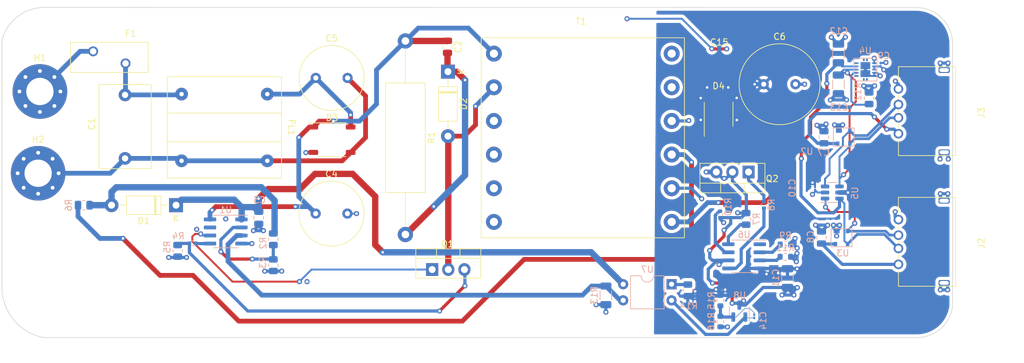
<source format=kicad_pcb>
(kicad_pcb (version 20211014) (generator pcbnew)
  (layers (0 "F.Cu" mixed) (1 "In1.Cu" power) (2 "In2.Cu" power) (31 "B.Cu" power) (34 "B.Paste" user) (35 "F.Paste" user) (36 "B.SilkS" user "B.Silkscreen") (37 "F.SilkS" user "F.Silkscreen") (38 "B.Mask" user) (39 "F.Mask" user) (44 "Edge.Cuts" user))
  (net 0 "")
  (net 1 "Net-(C1-Pad1)")
  (net 2 "NEUT")
  (net 3 "DC_RAIL")
  (net 4 "Net-(C2-Pad2)")
  (net 5 "COLLECTOR_IN")
  (net 6 "GND")
  (net 7 "EMC_OUT")
  (net 8 "SEC_+VE")
  (net 9 "SEC_-VE")
  (net 10 "Net-(C7-Pad1)")
  (net 11 "Net-(C8-Pad1)")
  (net 12 "D1+")
  (net 13 "D2+")
  (net 14 "Net-(C14-Pad1)")
  (net 15 "Net-(C14-Pad2)")
  (net 16 "AUX_OUT")
  (net 17 "Net-(D2-Pad2)")
  (net 18 "Net-(D4-Pad1)")
  (net 19 "VAC")
  (net 20 "DRV_OUT")
  (net 21 "Net-(Q1-Pad3)")
  (net 22 "Net-(Q2-Pad1)")
  (net 23 "Net-(R2-Pad2)")
  (net 24 "CS")
  (net 25 "Net-(R6-Pad1)")
  (net 26 "Net-(R7-Pad1)")
  (net 27 "Net-(R8-Pad1)")
  (net 28 "Net-(R9-Pad2)")
  (net 29 "Net-(R10-Pad1)")
  (net 30 "Net-(R11-Pad2)")
  (net 31 "Net-(R12-Pad1)")
  (net 32 "FB")
  (net 33 "Net-(R14-Pad2)")
  (net 37 "D1-")
  (net 38 "D2-")
  (footprint "Custom Switching ICs:COMMON_MODE CHOKE" (layer "F.Cu") (at 80.899 57.8866 -90)
    (fp_text reference "FL1")
    (fp_text value "15mH 1kHz 1.2Ω")
  )
  (footprint "Package_TO_SOT_SMD:Nexperia_CFP15_SOT-1289" (layer "F.Cu") (at 158.7246 55.8038 -90)
    (fp_text reference "D4")
    (fp_text value "PMEG030V050EPD")
  )
  (footprint "Diode_THT:D_DO-41_SOD81_P10.16mm_Horizontal" (layer "F.Cu") (at 116.1034 49.0982 -90)
    (fp_text reference "D2")
    (fp_text value "800V 1A")
  )
  (footprint "MountingHole:MountingHole_4.3mm_M4_Pad_Via" (layer "F.Cu") (at 51.562 65.1002)
    (fp_text reference "H2")
    (fp_text value "MountingHole_Pad")
  )
  (footprint "Capacitor_THT:C_Radial_D10.0mm_H12.5mm_P5.00mm" (layer "F.Cu") (at 95.29 50.0888)
    (fp_text reference "C5")
    (fp_text value "0.22uF")
  )
  (footprint "MountingHole:MountingHole_4.3mm_M4_Pad_Via" (layer "F.Cu") (at 51.8414 52.2224)
    (fp_text reference "H1")
    (fp_text value "MountingHole_Pad")
  )
  (footprint "Resistor_THT:R_Axial_DIN0617_L17.0mm_D6.0mm_P30.48mm_Horizontal" (layer "F.Cu") (at 109.3978 44.2672 -90)
    (fp_text reference "R1")
    (fp_text value "10kΩ 5W")
  )
  (footprint "Capacitor_THT:C_Radial_D10.0mm_H16.0mm_P5.00mm" (layer "F.Cu") (at 95.2646 71.4502)
    (fp_text reference "C4")
    (fp_text value "10uF 50V")
  )
  (footprint "Custom Connectors:USB_A_SMD_Connector" (layer "F.Cu") (at 187.0456 75.8952 90)
    (fp_text reference "J2")
    (fp_text value "01x06_Female")
  )
  (footprint "EMI_Filters:Fuse_BelFuse_0ZRE0100FF_L18.7mm_W5.1mm" (layer "F.Cu") (at 60.2234 45.8978)
    (fp_text reference "F1")
    (fp_text value "2A")
  )
  (footprint "Package_TO_SOT_THT:TO-220-3_Vertical" (layer "F.Cu") (at 113.6142 80.264)
    (fp_text reference "Q1")
    (fp_text value "FQP6N0C")
  )
  (footprint "Custom Transformer:THT_1P1S_Transformer_Bobbin" (layer "F.Cu") (at 137.3378 59.5122 -90)
    (fp_text reference "T1")
    (fp_text value "Transformer_1P_2S")
  )
  (footprint "Diode_THT:D_DO-41_SOD81_P10.16mm_Horizontal" (layer "F.Cu") (at 73.279 70.1294 180)
    (fp_text reference "D1")
    (fp_text value "50V 1A 1.1Vf")
  )
  (footprint "Custom Connectors:USB_A_SMD_Connector" (layer "F.Cu") (at 187.0456 55.3212 90)
    (fp_text reference "J3")
    (fp_text value "01x06_Female")
  )
  (footprint "Package_TO_SOT_THT:TO-220-3_Vertical" (layer "F.Cu") (at 163.4396 64.9045 180)
    (fp_text reference "Q2")
    (fp_text value "IRL3705NPBF")
  )
  (footprint "Package_SO:TSSOP-4_4.4x5mm_P4mm" (layer "F.Cu") (at 97.8408 59.817)
    (fp_text reference "D3")
    (fp_text value "MDB10S")
  )
  (footprint "Capacitor_THT:C_Rect_L13.0mm_W8.0mm_P10.00mm_FKS3_FKP3_MKS4" (layer "F.Cu") (at 65.2526 52.7596 -90)
    (fp_text reference "C1")
    (fp_text value "0.22uF")
  )
  (footprint "Capacitor_SMD:C_0805_2012Metric" (layer "F.Cu") (at 116.0272 45.1866 -90)
    (fp_text reference "C2")
    (fp_text value "0.25nF")
  )
  (footprint "Capacitor_SMD:C_0201_0603Metric" (layer "F.Cu") (at 158.8262 45.5168)
    (fp_text reference "C15")
    (fp_text value "4700pF")
  )
  (footprint "Capacitor_THT:C_Radial_D12.5mm_H20.0mm_P5.00mm" (layer "F.Cu") (at 165.8258 51.0794)
    (fp_text reference "C6")
    (fp_text value "560uF 20V")
  )
  (footprint "Capacitor_SMD:C_01005_0402Metric" (layer "B.Cu") (at 164.338 87.63 90)
    (fp_text reference "C14")
    (fp_text value "0.22uF")
  )
  (footprint "Resistor_SMD:R_0603_1608Metric" (layer "B.Cu") (at 169.2524 76.327 180)
    (fp_text reference "R9")
    (fp_text value "100kΩ")
  )
  (footprint "Package_TO_SOT_SMD:SOT-23-6" (layer "B.Cu") (at 176.6261 68.133)
    (fp_text reference "U5")
    (fp_text value "TPS2513")
  )
  (footprint "Capacitor_SMD:C_0805_2012Metric" (layer "B.Cu") (at 175.3108 59.4258 90)
    (fp_text reference "C7")
    (fp_text value "0.1uF")
  )
  (footprint "Capacitor_SMD:C_1206_3216Metric" (layer "B.Cu") (at 177.5968 51.1066 -90)
    (fp_text reference "C13")
    (fp_text value "39uF")
  )
  (footprint "Resistor_SMD:R_0805_2012Metric" (layer "B.Cu") (at 182.4228 53.2873 90)
    (fp_text reference "R12")
    (fp_text value "25kΩ")
  )
  (footprint "Resistor_SMD:R_0402_1005Metric" (layer "B.Cu") (at 165.862 70.0806 90)
    (fp_text reference "R8")
    (fp_text value "5Ω")
  )
  (footprint "Resistor_SMD:R_0603_1608Metric" (layer "B.Cu") (at 159.004 85.153 -90)
    (fp_text reference "R15")
    (fp_text value "312.5Ω")
  )
  (footprint "Capacitor_SMD:C_01005_0402Metric" (layer "B.Cu") (at 184.2262 47.9806 90)
    (fp_text reference "C9")
    (fp_text value "1uF")
  )
  (footprint "Package_TO_SOT_SMD:SOT-23" (layer "B.Cu") (at 161.986 86.805 90)
    (fp_text reference "U8")
    (fp_text value "TL431DBZ")
  )
  (footprint "Resistor_SMD:R_0805_2012Metric" (layer "B.Cu") (at 58.7521 70.1294)
    (fp_text reference "R6")
    (fp_text value "10Ω")
  )
  (footprint "Resistor_SMD:R_0805_2012Metric" (layer "B.Cu") (at 88.5952 75.4907 -90)
    (fp_text reference "R2")
    (fp_text value "52.3kΩ")
  )
  (footprint "Resistor_SMD:R_0805_2012Metric" (layer "B.Cu") (at 153.8732 83.5387 90)
    (fp_text reference "R14")
    (fp_text value "220Ω")
  )
  (footprint "Capacitor_SMD:C_0805_2012Metric" (layer "B.Cu") (at 86.3092 72.1106 -90)
    (fp_text reference "C3")
    (fp_text value "0.056uF")
  )
  (footprint "Resistor_SMD:R_0603_1608Metric" (layer "B.Cu") (at 169.2402 78.2574 180)
    (fp_text reference "R11")
    (fp_text value "100kΩ")
  )
  (footprint "Resistor_SMD:R_0805_2012Metric" (layer "B.Cu") (at 163.0426 72.2865 90)
    (fp_text reference "R7")
    (fp_text value "10Ω")
  )
  (footprint "Capacitor_SMD:C_1206_3216Metric" (layer "B.Cu") (at 169.5704 81.612 -90)
    (fp_text reference "C11")
    (fp_text value "0.15uF")
  )
  (footprint "Custom Switching ICs:SOT-23-4-TPD2E001" (layer "B.Cu") (at 178.435 59.4106)
    (fp_text reference "U2")
    (fp_text value "TPD2E001")
  )
  (footprint "Custom Switching ICs:SOT-23-4-TPD2E001" (layer "B.Cu") (at 178.0794 75.2348)
    (fp_text reference "U3")
    (fp_text value "TPD2E001")
  )
  (footprint "Custom Switching ICs:DRC_PACKAGE_TPS2561A" (layer "B.Cu") (at 181.8386 48.778375 180)
    (fp_text reference "U4")
    (fp_text value "TPS2561A")
  )
  (footprint "Capacitor_SMD:C_1206_3216Metric" (layer "B.Cu") (at 177.5968 46.2262 90)
    (fp_text reference "C12")
    (fp_text value "39uF")
  )
  (footprint "Resistor_SMD:R_0402_1005Metric" (layer "B.Cu") (at 158.9786 71.5772 -90)
    (fp_text reference "R10")
    (fp_text value "50Ω")
  )
  (footprint "Package_SO:SOIC-8_3.9x4.9mm_P1.27mm" (layer "B.Cu") (at 162.7378 78.1812 180)
    (fp_text reference "U6")
    (fp_text value "UCC24610D")
  )
  (footprint "Resistor_SMD:R_1206_3216Metric" (layer "B.Cu") (at 140.97 84.328 -90)
    (fp_text reference "R13")
    (fp_text value "30kΩ")
  )
  (footprint "Package_DIP:DIP-4_W7.62mm" (layer "B.Cu") (at 151.3138 82.5779 180)
    (fp_text reference "U7")
    (fp_text value "PC817")
  )
  (footprint "Capacitor_SMD:C_01005_0402Metric" (layer "B.Cu") (at 173.9138 67.4878 -90)
    (fp_text reference "C10")
    (fp_text value "1uF")
  )
  (footprint "Capacitor_SMD:C_0805_2012Metric" (layer "B.Cu") (at 174.9298 75.2196 90)
    (fp_text reference "C8")
    (fp_text value "0.1uF")
  )
  (footprint "Resistor_SMD:R_0402_1005Metric" (layer "B.Cu") (at 75.8952 76.1492 180)
    (fp_text reference "R4")
    (fp_text value "1kΩ")
  )
  (footprint "Resistor_SMD:R_0805_2012Metric" (layer "B.Cu") (at 73.533 77.3176 -90)
    (fp_text reference "R5")
    (fp_text value "0.7Ω")
  )
  (footprint "Resistor_SMD:R_0805_2012Metric" (layer "B.Cu") (at 88.5952 79.5782 -90)
    (fp_text reference "R3")
    (fp_text value "34kΩ")
  )
  (footprint "Resistor_SMD:R_0603_1608Metric" (layer "B.Cu") (at 159.004 88.455 -90)
    (fp_text reference "R16")
    (fp_text value "312.5Ω")
  )
  (footprint "Package_SO:SOIC-8_3.9x4.9mm_P1.27mm" (layer "B.Cu") (at 81.1022 74.2696 180)
    (fp_text reference "U1")
    (fp_text value "UCC28740")
  )
  (gr_line (start 195.58 85.9812) (end 195.58 44.9812) (layer "Edge.Cuts") (width 0.1))
  (gr_line (start 52.425568 90.97956) (end 189.838978 90.980625) (layer "Edge.Cuts") (width 0.1))
  (gr_arc (start 45.8724 44.1452) (mid 48.271092 40.476342) (end 52.392468 38.983525) (layer "Edge.Cuts") (width 0.1))
  (gr_line (start 45.8724 44.1452) (end 45.8724 82.4992) (layer "Edge.Cuts") (width 0.1))
  (gr_line (start 52.392468 38.983525) (end 189.824608 39) (layer "Edge.Cuts") (width 0.1))
  (gr_arc (start 195.58 85.9812) (mid 193.671426 89.58554) (end 189.838978 90.980625) (layer "Edge.Cuts") (width 0.1))
  (gr_arc (start 189.824608 39) (mid 193.974888 40.76606) (end 195.58 44.9812) (layer "Edge.Cuts") (width 0.1))
  (gr_arc (start 52.425568 90.97956) (mid 47.54849 87.976156) (end 45.8724 82.4992) (layer "Edge.Cuts") (width 0.1))
  (segment (start 65.2362 52.776) (end 65.2526 52.7596) (width 0.75) (layer "F.Cu") (net 1))
  (segment (start 74.026 52.7596) (end 74.149 52.6366) (width 0.75) (layer "F.Cu") (net 1))
  (segment (start 65.3234 47.7978) (end 65.3234 52.6888) (width 0.75) (layer "B.Cu") (net 1))
  (segment (start 65.3234 52.6888) (end 65.2526 52.7596) (width 0.75) (layer "B.Cu") (net 1))
  (segment (start 65.2526 52.7596) (end 74.026 52.7596) (width 0.75) (layer "B.Cu") (net 1))
  (segment (start 74.026 52.7596) (end 74.149 52.6366) (width 0.75) (layer "B.Cu") (net 1))
  (segment (start 87.649 63.1366) (end 99.4587 63.1366) (width 0.75) (layer "F.Cu") (net 2))
  (segment (start 99.4587 63.1366) (end 100.7783 61.817) (width 0.75) (layer "F.Cu") (net 2))
  (segment (start 103.124 59.4713) (end 100.7783 61.817) (width 0.75) (layer "F.Cu") (net 2))
  (segment (start 103.124 52.9228) (end 103.124 59.4713) (width 0.75) (layer "F.Cu") (net 2))
  (segment (start 100.29 50.0888) (end 103.124 52.9228) (width 0.75) (layer "F.Cu") (net 2))
  (segment (start 73.772 62.7596) (end 74.149 63.1366) (width 0.75) (layer "B.Cu") (net 2))
  (segment (start 74.149 63.1366) (end 87.649 63.1366) (width 0.75) (layer "B.Cu") (net 2))
  (segment (start 65.2526 62.7596) (end 73.772 62.7596) (width 0.75) (layer "B.Cu") (net 2))
  (segment (start 51.562 65.1002) (end 62.912 65.1002) (width 0.75) (layer "B.Cu") (net 2))
  (segment (start 62.912 65.1002) (end 65.2526 62.7596) (width 0.75) (layer "B.Cu") (net 2))
  (segment (start 95.8243 56.896) (end 94.9033 57.817) (width 0.75) (layer "F.Cu") (net 3))
  (segment (start 94.2782 57.817) (end 94.9033 57.817) (width 0.75) (layer "F.Cu") (net 3))
  (segment (start 79.5274 70.358) (end 92.075 70.358) (width 0.75) (layer "F.Cu") (net 3))
  (segment (start 98.044 56.896) (end 95.8243 56.896) (width 0.75) (layer "F.Cu") (net 3))
  (segment (start 78.9686 70.9168) (end 79.5274 70.358) (width 0.75) (layer "F.Cu") (net 3))
  (segment (start 109.3978 44.2672) (end 115.9966 44.2672) (width 1) (layer "F.Cu") (net 3))
  (segment (start 115.9966 44.2672) (end 116.0272 44.2366) (width 1) (layer "F.Cu") (net 3))
  (segment (start 92.6338 59.4614) (end 94.2782 57.817) (width 0.75) (layer "F.Cu") (net 3))
  (via (at 92.6338 59.4614) (size 0.8) (drill 0.4) (layers "F.Cu" "B.Cu") (net 3))
  (via (at 92.075 70.358) (size 0.8) (drill 0.4) (layers "F.Cu" "B.Cu") (net 3))
  (via (at 78.9686 70.9168) (size 0.8) (drill 0.4) (layers "F.Cu" "B.Cu") (net 3))
  (via (at 98.044 56.896) (size 0.8) (drill 0.4) (layers "F.Cu" "B.Cu") (net 3))
  (segment (start 111.4248 42.2402) (end 109.3978 44.2672) (width 0.75) (layer "B.Cu") (net 3))
  (segment (start 123.3378 46.2622) (end 119.3158 42.2402) (width 0.75) (layer "B.Cu") (net 3))
  (segment (start 119.3158 42.2402) (end 111.4248 42.2402) (width 0.75) (layer "B.Cu") (net 3))
  (segment (start 92.075 70.358) (end 94.1724 70.358) (width 0.75) (layer "B.Cu") (net 3))
  (segment (start 78.6272 72.3646) (end 78.6272 71.2582) (width 0.75) (layer "B.Cu") (net 3))
  (segment (start 94.1724 70.358) (end 95.2646 71.4502) (width 0.75) (layer "B.Cu") (net 3))
  (segment (start 92.6084 68.794) (end 92.6084 67.9196) (width 0.75) (layer "B.Cu") (net 3))
  (segment (start 104.8512 48.8138) (end 104.8512 54.2036) (width 0.75) (layer "B.Cu") (net 3))
  (segment (start 92.6084 67.9196) (end 92.6084 59.4868) (width 0.75) (layer "B.Cu") (net 3))
  (segment (start 104.8512 54.2036) (end 102.1588 56.896) (width 0.75) (layer "B.Cu") (net 3))
  (segment (start 109.3978 44.2672) (end 104.8512 48.8138) (width 0.75) (layer "B.Cu") (net 3))
  (segment (start 95.2646 71.4502) (end 92.6084 68.794) (width 0.75) (layer "B.Cu") (net 3))
  (segment (start 92.6084 59.4868) (end 92.6338 59.4614) (width 0.75) (layer "B.Cu") (net 3))
  (segment (start 102.1588 56.896) (end 98.044 56.896) (width 0.75) (layer "B.Cu") (net 3))
  (segment (start 78.6272 71.2582) (end 78.9686 70.9168) (width 0.75) (layer "B.Cu") (net 3))
  (segment (start 116.0272 49.022) (end 116.1034 49.0982) (width 1) (layer "F.Cu") (net 4))
  (segment (start 109.4536 74.7472) (end 113.8682 70.3326) (width 1) (layer "F.Cu") (net 4))
  (segment (start 109.3978 74.7472) (end 109.4536 74.7472) (width 1) (layer "F.Cu") (net 4))
  (segment (start 116.1288 49.1236) (end 116.1034 49.0982) (width 1) (layer "F.Cu") (net 4))
  (segment (start 116.0272 46.1366) (end 116.0272 49.022) (width 1) (layer "F.Cu") (net 4))
  (segment (start 117.5004 49.1236) (end 116.1288 49.1236) (width 1) (layer "F.Cu") (net 4))
  (segment (start 118.7958 50.419) (end 117.5004 49.1236) (width 1) (layer "F.Cu") (net 4))
  (via (at 113.8682 70.3326) (size 0.8) (drill 0.4) (layers "F.Cu" "B.Cu") (net 4))
  (via (at 118.7958 50.419) (size 0.8) (drill 0.4) (layers "F.Cu" "B.Cu") (net 4))
  (segment (start 113.8682 70.3326) (end 118.7958 65.405) (width 1) (layer "B.Cu") (net 4))
  (segment (start 118.7958 65.405) (end 118.7958 50.419) (width 1) (layer "B.Cu") (net 4))
  (segment (start 104.648 76.3778) (end 105.8164 77.5462) (width 1) (layer "F.Cu") (net 5))
  (segment (start 95.1738 65.2018) (end 101.092 65.2018) (width 1) (layer "F.Cu") (net 5))
  (segment (start 92.7862 67.5894) (end 95.1738 65.2018) (width 1) (layer "F.Cu") (net 5))
  (segment (start 86.2838 69.088) (end 87.7824 67.5894) (width 1) (layer "F.Cu") (net 5))
  (segment (start 101.092 65.2018) (end 104.648 68.7578) (width 1) (layer "F.Cu") (net 5))
  (segment (start 104.648 74.6503) (end 104.648 76.3778) (width 1) (layer "F.Cu") (net 5))
  (segment (start 104.648 68.7578) (end 104.648 74.6503) (width 1) (layer "F.Cu") (net 5))
  (segment (start 87.7824 67.5894) (end 92.7862 67.5894) (width 1) (layer "F.Cu") (net 5))
  (via (at 105.8164 77.5462) (size 0.8) (drill 0.4) (layers "F.Cu" "B.Cu") (net 5))
  (via (at 86.2838 69.088) (size 0.8) (drill 0.4) (layers "F.Cu" "B.Cu") (net 5))
  (segment (start 82.4484 69.2658) (end 83.6168 70.4342) (width 1) (layer "B.Cu") (net 5))
  (segment (start 105.8164 77.5462) (end 138.6621 77.5462) (width 1) (layer "B.Cu") (net 5))
  (segment (start 83.6168 72.325) (end 83.5772 72.3646) (width 1) (layer "B.Cu") (net 5))
  (segment (start 86.3092 69.1134) (end 86.2838 69.088) (width 1) (layer "B.Cu") (net 5))
  (segment (start 83.6168 70.4342) (end 83.6168 72.325) (width 1) (layer "B.Cu") (net 5))
  (segment (start 85.5828 70.4342) (end 86.3092 71.1606) (width 1) (layer "B.Cu") (net 5))
  (segment (start 83.6168 70.4342) (end 85.5828 70.4342) (width 1) (layer "B.Cu") (net 5))
  (segment (start 138.6621 77.5462) (end 143.6938 82.5779) (width 1) (layer "B.Cu") (net 5))
  (segment (start 86.3092 71.1606) (end 86.3092 69.1134) (width 1) (layer "B.Cu") (net 5))
  (segment (start 73.279 70.1294) (end 74.1426 69.2658) (width 1) (layer "B.Cu") (net 5))
  (segment (start 74.1426 69.2658) (end 82.4484 69.2658) (width 1) (layer "B.Cu") (net 5))
  (segment (start 94.9033 61.817) (end 93.758 61.817) (width 0.5) (layer "F.Cu") (net 6))
  (segment (start 157.6578 45.4914) (end 157.6832 45.5168) (width 0.5) (layer "F.Cu") (net 6))
  (segment (start 93.758 61.817) (end 93.726 61.849) (width 0.5) (layer "F.Cu") (net 6))
  (segment (start 157.6832 45.5168) (end 158.4662 45.5168) (width 0.5) (layer "F.Cu") (net 6))
  (via (at 74.93 78.359) (size 0.8) (drill 0.4) (layers "F.Cu" "B.Cu") (net 6))
  (via (at 93.726 61.849) (size 0.8) (drill 0.4) (layers "F.Cu" "B.Cu") (net 6))
  (via (at 76.5302 73.9394) (size 0.8) (drill 0.4) (layers "F.Cu" "B.Cu") (net 6))
  (via (at 140.97 86.9696) (size 0.8) (drill 0.4) (layers "F.Cu" "B.Cu") (net 6))
  (via (at 85.471 74.1426) (size 0.8) (drill 0.4) (layers "F.Cu" "B.Cu") (net 6))
  (via (at 144.2974 40.767) (size 0.8) (drill 0.4) (layers "F.Cu" "B.Cu") (net 6))
  (via (at 87.249 80.518) (size 0.8) (drill 0.4) (layers "F.Cu" "B.Cu") (net 6))
  (via (at 93.9038 82.169) (size 0.8) (drill 0.4) (layers "F.Cu" "B.Cu") (net 6))
  (via (at 139.446 85.8012) (size 0.8) (drill 0.4) (layers "F.Cu" "B.Cu") (net 6))
  (via (at 87.0458 74.1426) (size 0.8) (drill 0.4) (layers "F.Cu" "B.Cu") (net 6))
  (via (at 85.217 76.1746) (size 0.8) (drill 0.4) (layers "F.Cu" "B.Cu") (net 6))
  (via (at 157.6578 45.4914) (size 0.8) (drill 0.4) (layers "F.Cu" "B.Cu") (net 6))
  (via (at 89.916 80.518) (size 0.8) (drill 0.4) (layers "F.Cu" "B.Cu") (net 6))
  (via (at 72.136 78.359) (size 0.8) (drill 0.4) (layers "F.Cu" "B.Cu") (net 6))
  (via (at 101.7016 71.4502) (size 0.8) (drill 0.4) (layers "F.Cu" "B.Cu") (net 6))
  (via (at 81.1022 72.2884) (size 0.8) (drill 0.4) (layers "F.Cu" "B.Cu") (net 6))
  (segment (start 86.3092 73.0606) (end 86.3092 73.406) (width 0.5) (layer "B.Cu") (net 6))
  (segment (start 140.97 85.7905) (end 139.4567 85.7905) (width 0.5) (layer "B.Cu") (net 6))
  (segment (start 140.97 85.7905) (end 140.97 86.9696) (width 0.5) (layer "B.Cu") (net 6))
  (segment (start 86.3092 73.3044) (end 85.471 74.1426) (width 0.5) (layer "B.Cu") (net 6))
  (segment (start 85.217 76.1746) (end 83.5772 76.1746) (width 0.5) (layer "B.Cu") (net 6))
  (segment (start 100.2646 71.4502) (end 101.7016 71.4502) (width 0.3) (layer "B.Cu") (net 6))
  (segment (start 86.3092 73.0606) (end 86.3092 73.3044) (width 0.5) (layer "B.Cu") (net 6))
  (segment (start 86.3092 73.406) (end 87.0458 74.1426) (width 0.5) (layer "B.Cu") (net 6))
  (segment (start 72.136 78.359) (end 74.93 78.359) (width 0.5) (layer "B.Cu") (net 6))
  (segment (start 139.4567 85.7905) (end 139.446 85.8012) (width 0.5) (layer "B.Cu") (net 6))
  (segment (start 152.9334 40.767) (end 144.2974 40.767) (width 0.3) (layer "B.Cu") (net 6))
  (segment (start 157.6578 45.4914) (end 152.9334 40.767) (width 0.3) (layer "B.Cu") (net 6))
  (segment (start 87.249 80.518) (end 89.916 80.518) (width 0.5) (layer "B.Cu") (net 6))
  (segment (start 85.471 74.1426) (end 87.0458 74.1426) (width 0.5) (layer "B.Cu") (net 6))
  (segment (start 100.7783 55.9219) (end 100.7618 55.9054) (width 0.75) (layer "F.Cu") (net 7))
  (segment (start 100.7783 57.817) (end 100.7783 55.9219) (width 0.75) (layer "F.Cu") (net 7))
  (via (at 100.7618 55.9054) (size 0.8) (drill 0.4) (layers "F.Cu" "B.Cu") (net 7))
  (segment (start 100.7618 55.9054) (end 100.7618 55.5606) (width 0.75) (layer "B.Cu") (net 7))
  (segment (start 87.649 52.6366) (end 92.7422 52.6366) (width 0.75) (layer "B.Cu") (net 7))
  (segment (start 92.7422 52.6366) (end 95.29 50.0888) (width 0.75) (layer "B.Cu") (net 7))
  (segment (start 100.7618 55.5606) (end 95.29 50.0888) (width 0.75) (layer "B.Cu") (net 7))
  (segment (start 158.7246 54.7838) (end 158.7246 53.1114) (width 0.75) (layer "F.Cu") (net 8))
  (segment (start 158.7246 54.7838) (end 159.6604 54.7838) (width 0.75) (layer "F.Cu") (net 8))
  (segment (start 158.7246 53.3908) (end 156.9212 51.5874) (width 0.75) (layer "F.Cu") (net 8))
  (segment (start 158.7246 54.7838) (end 160.024 54.7838) (width 0.75) (layer "F.Cu") (net 8))
  (segment (start 157.4252 54.7838) (end 155.9052 53.2638) (width 0.75) (layer "F.Cu") (net 8))
  (segment (start 158.7246 53.1114) (end 160.2486 51.5874) (width 0.75) (layer "F.Cu") (net 8))
  (segment (start 159.6604 54.7838) (end 161.5948 56.7182) (width 0.75) (layer "F.Cu") (net 8))
  (segment (start 158.7246 54.7838) (end 157.4252 54.7838) (width 0.75) (layer "F.Cu") (net 8))
  (segment (start 160.024 54.7838) (end 161.5694 53.2384) (width 0.75) (layer "F.Cu") (net 8))
  (segment (start 158.7246 54.7838) (end 157.8142 54.7838) (width 0.75) (layer "F.Cu") (net 8))
  (segment (start 158.7246 54.7838) (end 158.7246 53.3908) (width 0.75) (layer "F.Cu") (net 8))
  (segment (start 157.8142 54.7838) (end 155.9052 56.6928) (width 0.75) (layer "F.Cu") (net 8))
  (via (at 168.0972 80.8228) (size 0.8) (drill 0.4) (layers "F.Cu" "B.Cu") (net 8))
  (via (at 158.3182 83.4136) (size 0.8) (drill 0.4) (layers "F.Cu" "B.Cu") (net 8))
  (via (at 184.7342 48.7934) (size 0.8) (drill 0.4) (layers "F.Cu" "B.Cu") (net 8))
  (via (at 160.2486 51.5874) (size 0.8) (drill 0.4) (layers "F.Cu" "B.Cu") (net 8))
  (via (at 171.0944 80.1624) (size 0.8) (drill 0.4) (layers "F.Cu" "B.Cu") (net 8))
  (via (at 155.9052 56.6928) (size 0.8) (drill 0.4) (layers "F.Cu" "B.Cu") (net 8))
  (via (at 155.0416 83.693) (size 0.8) (drill 0.4) (layers "F.Cu" "B.Cu") (net 8))
  (via (at 166.2684 80.9752) (size 0.8) (drill 0.4) (layers "F.Cu" "B.Cu") (net 8))
  (via (at 159.766 83.439) (size 0.8) (drill 0.4) (layers "F.Cu" "B.Cu") (net 8))
  (via (at 155.9052 53.2638) (size 0.8) (drill 0.4) (layers "F.Cu" "B.Cu") (net 8))
  (via (at 156.9212 51.5874) (size 0.8) (drill 0.4) (layers "F.Cu" "B.Cu") (net 8))
  (via (at 161.5694 53.2384) (size 0.8) (drill 0.4) (layers "F.Cu" "B.Cu") (net 8))
  (via (at 161.5948 56.7182) (size 0.8) (drill 0.4) (layers "F.Cu" "B.Cu") (net 8))
  (via (at 173.5074 66.5734) (size 0.8) (drill 0.4) (layers "F.Cu" "B.Cu") (net 8))
  (via (at 155.0162 85.2678) (size 0.8) (drill 0.4) (layers "F.Cu" "B.Cu") (net 8))
  (via (at 179.0899 68.133) (size 0.8) (drill 0.4) (layers "F.Cu" "B.Cu") (net 8))
  (via (at 164.3888 51.0794) (size 0.8) (drill 0.4) (layers "F.Cu" "B.Cu") (net 8))
  (segment (start 159.004 84.201) (end 159.766 83.439) (width 0.5) (layer "B.Cu") (net 8))
  (segment (start 162.9918 84.328) (end 159.004 84.328) (width 0.5) (layer "B.Cu") (net 8))
  (segment (start 169.5704 80.137) (end 168.783 80.137) (width 0.5) (layer "B.Cu") (net 8))
  (segment (start 165.2636 80.137) (end 165.2128 80.0862) (width 0.5) (layer "B.Cu") (net 8))
  (segment (start 159.004 84.328) (end 159.004 84.201) (width 0.5) (layer "B.Cu") (net 8))
  (segment (start 158.8808 84.4512) (end 159.004 84.328) (width 0.5) (layer "B.Cu") (net 8))
  (segment (start 159.004 84.328) (end 159.004 84.0994) (width 0.5) (layer "B.Cu") (net 8))
  (segment (start 173.9138 66.9798) (end 173.5074 66.5734) (width 0.3) (layer "B.Cu") (net 8))
  (segment (start 173.9138 67.2378) (end 173.9138 66.9798) (width 0.3) (layer "B.Cu") (net 8))
  (segment (start 153.8732 84.4512) (end 154.1996 84.4512) (width 0.5) (layer "B.Cu") (net 8))
  (segment (start 159.004 84.0994) (end 158.3182 83.4136) (width 0.5) (layer "B.Cu") (net 8))
  (segment (start 184.2262 48.2854) (end 184.7342 48.7934) (width 0.3) (layer "B.Cu") (net 8))
  (segment (start 183.2386 48.278375) (end 184.178425 48.278375) (width 0.3) (layer "B.Cu") (net 8))
  (segment (start 165.8258 51.0794) (end 164.3888 51.0794) (width 0.75) (layer "B.Cu") (net 8))
  (segment (start 177.7636 68.133) (end 179.0899 68.133) (width 0.75) (layer "B.Cu") (net 8))
  (segment (start 171.069 80.137) (end 171.0944 80.1624) (width 0.5) (layer "B.Cu") (net 8))
  (segment (start 154.1996 84.4512) (end 155.0162 85.2678) (width 0.5) (layer "B.Cu") (net 8))
  (segment (start 165.2128 80.0862) (end 165.3794 80.0862) (width 0.5) (layer "B.Cu") (net 8))
  (segment (start 169.5704 80.137) (end 165.2636 80.137) (width 0.5) (layer "B.Cu") (net 8))
  (segment (start 153.8732 84.4512) (end 158.8808 84.4512) (width 0.5) (layer "B.Cu") (net 8))
  (segment (start 165.5318 81.788) (end 162.9918 84.328) (width 0.5) (layer "B.Cu") (net 8))
  (segment (start 154.2834 84.4512) (end 155.0416 83.693) (width 0.5) (layer "B.Cu") (net 8))
  (segment (start 153.8732 84.4512) (end 154.2834 84.4512) (width 0.5) (layer "B.Cu") (net 8))
  (segment (start 169.5704 80.137) (end 171.069 80.137) (width 0.5) (layer "B.Cu") (net 8))
  (segment (start 168.783 80.137) (end 168.0972 80.8228) (width 0.5) (layer "B.Cu") (net 8))
  (segment (start 165.3794 80.0862) (end 166.2684 80.9752) (width 0.5) (layer "B.Cu") (net 8))
  (segment (start 165.5318 80.4052) (end 165.5318 81.788) (width 0.5) (layer "B.Cu") (net 8))
  (segment (start 184.178425 48.278375) (end 184.2262 48.2306) (width 0.3) (layer "B.Cu") (net 8))
  (segment (start 183.2386 48.278375) (end 183.2386 48.778375) (width 0.3) (layer "B.Cu") (net 8))
  (segment (start 184.2262 48.2306) (end 184.2262 48.2854) (width 0.3) (layer "B.Cu") (net 8))
  (segment (start 165.2128 80.0862) (end 165.5318 80.4052) (width 0.5) (layer "B.Cu") (net 8))
  (segment (start 157.7594 82.3976) (end 160.0454 82.3976) (width 0.5) (layer "F.Cu") (net 9))
  (segment (start 159.9946 45.5168) (end 159.1862 45.5168) (width 0.5) (layer "F.Cu") (net 9))
  (segment (start 160.0454 82.3976) (end 160.8074 83.1596) (width 0.5) (layer "F.Cu") (net 9))
  (segment (start 160.8582 83.2104) (end 160.8582 85.5726) (width 0.5) (layer "F.Cu") (net 9))
  (segment (start 159.5882 75.0062) (end 157.3276 77.2668) (width 0.5) (layer "F.Cu") (net 9))
  (segment (start 159.5882 74.0664) (end 159.5882 75.0062) (width 0.5) (layer "F.Cu") (net 9))
  (segment (start 160.8074 83.1596) (end 160.8582 83.2104) (width 0.5) (layer "F.Cu") (net 9))
  (via (at 177.3174 74.9808) (size 0.8) (drill 0.4) (layers "F.Cu" "B.Cu") (net 9))
  (via (at 176.9872 57.4802) (size 0.8) (drill 0.4) (layers "F.Cu" "B.Cu") (net 9))
  (via (at 193.6496 83.4644) (size 0.8) (drill 0.4) (layers "F.Cu" "B.Cu") (net 9))
  (via (at 193.6496 68.326) (size 0.8) (drill 0.4) (layers "F.Cu" "B.Cu") (net 9))
  (via (at 156.7688 64.897) (size 0.8) (drill 0.4) (layers "F.Cu" "B.Cu") (net 9))
  (via (at 170.7642 75.3618) (size 0.8) (drill 0.4) (layers "F.Cu" "B.Cu") (net 9))
  (via (at 176.4792 43.688) (size 0.8) (drill 0.4) (layers "F.Cu" "B.Cu") (net 9))
  (via (at 183.2356 46.99) (size 0.8) (drill 0.4) (layers "F.Cu" "B.Cu") (net 9))
  (via (at 170.5864 84.2772) (size 0.8) (drill 0.4) (layers "F.Cu" "B.Cu") (net 9))
  (via (at 173.99 73.2638) (size 0.8) (drill 0.4) (layers "F.Cu" "B.Cu") (net 9))
  (via (at 178.8668 53.545) (size 0.8) (drill 0.4) (layers "F.Cu" "B.Cu") (net 9))
  (via (at 181.5846 51.3334) (size 0.8) (drill 0.4) (layers "F.Cu" "B.Cu") (net 9))
  (via (at 156.0576 69.1134) (size 0.8) (drill 0.4) (layers "F.Cu" "B.Cu") (net 9))
  (via (at 176.8094 73.279) (size 0.8) (drill 0.4) (layers "F.Cu" "B.Cu") (net 9))
  (via (at 171.1198 83.1088) (size 0.8) (drill 0.4) (layers "F.Cu" "B.Cu") (net 9))
  (via (at 162.6616 85.1916) (size 0.8) (drill 0.4) (layers "F.Cu" "B.Cu") (net 9))
  (via (at 178.2572 57.4802) (size 0.8) (drill 0.4) (layers "F.Cu" "B.Cu") (net 9))
  (via (at 186.5376 71.1708) (size 0.8) (drill 0.4) (layers "F.Cu" "B.Cu") (net 9))
  (via (at 171.0944 76.8858) (size 0.8) (drill 0.4) (layers "F.Cu" "B.Cu") (net 9))
  (via (at 172.2628 51.0794) (size 0.8) (drill 0.4) (layers "F.Cu" "B.Cu") (net 9))
  (via (at 160.8582 85.5726) (size 0.8) (drill 0.4) (layers "F.Cu" "B.Cu") (net 9))
  (via (at 159.5882 74.0664) (size 0.8) (drill 0.4) (layers "F.Cu" "B.Cu") (net 9))
  (via (at 184.173462 49.7586) (size 0.8) (drill 0.4) (layers "F.Cu" "B.Cu") (net 9))
  (via (at 175.895 73.2892) (size 0.8) (drill 0.4) (layers "F.Cu" "B.Cu") (net 9))
  (via (at 159.6136 65.913) (size 0.8) (drill 0.4) (layers "F.Cu" "B.Cu") (net 9))
  (via (at 177.7746 73.279) (size 0.8) (drill 0.4) (layers "F.Cu" "B.Cu") (net 9))
  (via (at 168.7068 84.2772) (size 0.8) (drill 0.4) (layers "F.Cu" "B.Cu") (net 9))
  (via (at 175.641 57.3532) (size 0.8) (drill 0.4) (layers "F.Cu" "B.Cu") (net 9))
  (via (at 160.1216 89.3064) (size 0.8) (drill 0.4) (layers "F.Cu" "B.Cu") (net 9))
  (via (at 186.563 50.5968) (size 0.8) (drill 0.4) (layers "F.Cu" "B.Cu") (net 9))
  (via (at 194.7926 83.4644) (size 0.8) (drill 0.4) (layers "F.Cu" "B.Cu") (net 9))
  (via (at 159.512 72.8726) (size 0.8) (drill 0.4) (layers "F.Cu" "B.Cu") (net 9))
  (via (at 185.0644 47.6504) (size 0.8) (drill 0.4) (layers "F.Cu" "B.Cu") (net 9))
  (via (at 157.3276 77.2668) (size 0.8) (drill 0.4) (layers "F.Cu" "B.Cu") (net 9))
  (via (at 183.2864 51.3334) (size 0.8) (drill 0.4) (layers "F.Cu" "B.Cu") (net 9))
  (via (at 154.0256 56.7944) (size 0.8) (drill 0.4) (layers "F.Cu" "B.Cu") (net 9))
  (via (at 176.3268 53.5704) (size 0.8) (drill 0.4) (layers "F.Cu" "B.Cu") (net 9))
  (via (at 193.5988 62.865) (size 0.8) (drill 0.4) (layers "F.Cu" "B.Cu") (net 9))
  (via (at 194.818 68.326) (size 0.8) (drill 0.4) (layers "F.Cu" "B.Cu") (net 9))
  (via (at 178.689 43.6626) (size 0.8) (drill 0.4) (layers "F.Cu" "B.Cu") (net 9))
  (via (at 174.2186 57.5462) (size 0.8) (drill 0.4) (layers "F.Cu" "B.Cu") (net 9))
  (via (at 194.8942 62.865) (size 0.8) (drill 0.4) (layers "F.Cu" "B.Cu") (net 9))
  (via (at 161.7218 71.3232) (size 0.8) (drill 0.4) (layers "F.Cu" "B.Cu") (net 9))
  (via (at 171.069 77.724) (size 0.8) (drill 0.4) (layers "F.Cu" "B.Cu") (net 9))
  (via (at 158.8008 79.4766) (size 0.8) (drill 0.4) (layers "F.Cu" "B.Cu") (net 9))
  (via (at 193.6242 47.752) (size 0.8) (drill 0.4) (layers "F.Cu" "B.Cu") (net 9))
  (via (at 173.5074 68.4276) (size 0.8) (drill 0.4) (layers "F.Cu" "B.Cu") (net 9))
  (via (at 170.9674 79.0194) (size 0.8) (drill 0.4) (layers "F.Cu" "B.Cu") (net 9))
  (via (at 194.8434 47.752) (size 0.8) (drill 0.4) (layers "F.Cu" "B.Cu") (net 9))
  (via (at 157.7594 82.3976) (size 0.8) (drill 0.4) (layers "F.Cu" "B.Cu") (net 9))
  (via (at 159.9946 45.5168) (size 0.8) (drill 0.4) (layers "F.Cu" "B.Cu") (net 9))
  (segment (start 193.6242 47.752) (end 193.6242 48.2248) (width 0.5) (layer "B.Cu") (net 9))
  (segment (start 184.153687 49.778375) (end 184.173462 49.7586) (width 0.3) (layer "B.Cu") (net 9))
  (segment (start 177.3156 52.5816) (end 176.3268 53.5704) (width 0.5) (layer "B.Cu") (net 9))
  (segment (start 193.6496 82.9662) (end 194.2456 82.3702) (width 0.5) (layer "B.Cu") (net 9))
  (segment (start 168.7068 84.2772) (end 170.5864 84.2772) (width 0.5) (layer "B.Cu") (net 9))
  (segment (start 194.8942 62.865) (end 194.8942 62.4448) (width 0.5) (layer "B.Cu") (net 9))
  (segment (start 183.2386 49.278375) (end 183.693237 49.278375) (width 0.3) (layer "B.Cu") (net 9))
  (segment (start 184.2262 47.7306) (end 184.9842 47.7306) (width 0.3) (layer "B.Cu") (net 9))
  (segment (start 174.2186 57.5462) (end 175.448 57.5462) (width 0.5) (layer "B.Cu") (net 9))
  (segment (start 157.3276 78.4098) (end 157.734 78.8162) (width 0.5) (layer "B.Cu") (net 9))
  (segment (start 160.2628 78.8162) (end 158.496 78.8162) (width 0.5) (layer "B.Cu") (net 9))
  (segment (start 169.5704 83.087) (end 171.098 83.087) (width 0.5) (layer "B.Cu") (net 9))
  (segment (start 169.5704 83.087) (end 165.7314 83.087) (width 0.5) (layer "B.Cu") (net 9))
  (segment (start 158.3596 64.9045) (end 156.7763 64.9045) (width 0.75) (layer "B.Cu") (net 9))
  (segment (start 194.818 68.326) (end 194.818 68.8478) (width 0.5) (layer "B.Cu") (net 9))
  (segment (start 194.8434 48.2484) (end 194.2456 48.8462) (width 0.5) (layer "B.Cu") (net 9))
  (segment (start 181.5846 51.3334) (end 183.2864 51.3334) (width 0.5) (layer "B.Cu") (net 9))
  (segment (start 157.099 80.2132) (end 157.099 81.7372) (width 0.5) (layer "B.Cu") (net 9))
  (segment (start 159.4612 78.8162) (end 160.2628 78.8162) (width 0.5) (layer "B.Cu") (net 9))
  (segment (start 177.7746 73.7646) (end 177.3144 74.2248) (width 0.5) (layer "B.Cu") (net 9))
  (segment (start 175.641 58.1456) (end 175.3108 58.4758) (width 0.5) (layer "B.Cu") (net 9))
  (segment (start 163.0934 71.3232) (end 163.0426 71.374) (width 0.5) (layer "B.Cu") (net 9))
  (segment (start 182.4228 52.3748) (end 182.4228 52.197) (width 0.5) (layer "B.Cu") (net 9))
  (segment (start 194.7926 82.9172) (end 194.2456 82.3702) (width 0.5) (layer "B.Cu") (net 9))
  (segment (start 156.7763 64.9045) (end 156.7688 64.897) (width 0.75) (layer "B.Cu") (net 9))
  (segment (start 171.098 83.087) (end 171.1198 83.1088) (width 0.5) (layer "B.Cu") (net 9))
  (segment (start 194.7926 83.4644) (end 194.7926 82.9172) (width 0.5) (layer "B.Cu") (net 9))
  (segment (start 177.7746 73.279) (end 177.7746 73.7646) (width 0.5) (layer "B.Cu") (net 9))
  (segment (start 170.7642 75.3618) (end 170.7642 76.5556) (width 0.5) (layer "B.Cu") (net 9))
  (segment (start 159.0304 89.3064) (end 159.004 89.28) (width 0.5) (layer "B.Cu") (net 9))
  (segment (start 170.7642 76.5556) (end 171.0944 76.8858) (width 0.5) (layer "B.Cu") (net 9))
  (segment (start 151.3378 56.8622) (end 153.9578 56.8622) (width 0.5) (layer "B.Cu") (net 9))
  (segment (start 194.818 68.8478) (end 194.2456 69.4202) (width 0.5) (layer "B.Cu") (net 9))
  (segment (start 162.3294 72.0872) (end 160.6316 72.0872) (width 0.5) (layer "B.Cu") (net 9))
  (segment (start 156.0576 69.1134) (end 154.4064 67.4622) (width 0.5) (layer "B.Cu") (net 9))
  (segment (start 163.0426 71.374) (end 161.7726 71.374) (width 0.5) (layer "B.Cu") (net 9))
  (segment (start 175.3108 58.4758) (end 175.1482 58.4758) (width 0.5) (layer "B.Cu") (net 9))
  (segment (start 194.8434 47.752) (end 194.8434 48.2484) (width 0.5) (layer "B.Cu") (net 9))
  (segment (start 183.2386 49.778375) (end 184.153687 49.778375) (width 0.3) (layer "B.Cu") (net 9))
  (segment (start 181.841662 49.398) (end 181.836662 49.403) (width 0.5) (layer "B.Cu") (net 9))
  (segment (start 162.9509 85.8675) (end 161.986 85.8675) (width 0.5) (layer "B.Cu") (net 9))
  (segment (start 174.9298 74.2696) (end 174.9298 74.2036) (width 0.5) (layer "B.Cu") (net 9))
  (segment (start 163.0934 68.5038) (end 163.0934 71.3232) (width 0.5) (layer "B.Cu") (net 9))
  (segment (start 177.6004 44.7512) (end 177.5968 44.7512) (width 0.5) (layer "B.Cu") (net 9))
  (segment (start 170.0774 76.0486) (end 170.7642 75.3618) (width 0.5) (layer "B.Cu") (net 9))
  (segment (start 159.6136 65.913) (end 159.8911 65.913) (width 0.5) (layer "B.Cu") (net 9))
  (segment (start 193.6496 68.326) (end 193.6496 68.8242) (width 0.5) (layer "B.Cu") (net 9))
  (segment (start 181.5846 51.3334) (end 181.5846 51.5366) (width 0.5) (layer "B.Cu") (net 9))
  (segment (start 160.8996 66.31) (end 163.0934 68.5038) (width 0.5) (layer "B.Cu") (net 9))
  (segment (start 183.230538 49.770313) (end 183.2386 49.778375) (width 0.3) (layer "B.Cu") (net 9))
  (segment (start 177.5968 52.5816) (end 177.3156 52.5816) (width 0.5) (layer "B.Cu") (net 9))
  (segment (start 160.6316 72.0872) (end 158.9786 72.0872) (width 0.5) (layer "B.Cu") (net 9))
  (segment (start 182.203975 49.770313) (end 183.230538 49.770313) (width 0.3) (layer "B.Cu") (net 9))
  (segment (start 169.5704 83.2612) (end 170.5864 84.2772) (width 0.5) (layer "B.Cu") (net 9))
  (segment (start 187.0456 51.0794) (end 186.563 50.5968) (width 0.5) (layer "B.Cu") (net 9))
  (segment (start 154.4064 67.4622) (end 151.3378 67.4622) (width 0.5) (layer "B.Cu") (net 9))
  (segment (start 158.9786 72.3392) (end 159.512 72.8726) (width 0.5) (layer "B.Cu") (net 9))
  (segment (start 174.9298 74.2036) (end 173.99 73.2638) (width 0.5) (layer "B.Cu") (net 9))
  (segment (start 181.836662 49.403) (end 182.203975 49.770313) (width 0.3) (layer "B.Cu") (net 9))
  (segment (start 181.841662 48.148) (end 181.841662 49.398) (width 0.5) (layer "B.Cu") (net 9))
  (segment (start 159.8911 65.913) (end 160.8996 64.9045) (width 0.5) (layer "B.Cu") (net 9))
  (segment (start 160.6316 73.023) (end 159.5882 74.0664) (width 0.5) (layer "B.Cu") (net 9))
  (segment (start 183.2386 46.993) (end 183.2356 46.99) (width 0.3) (layer "B.Cu") (net 9))
  (segment (start 173.9138 68.0212) (end 173.9138 67.7378) (width 0.3) (layer "B.Cu") (net 9))
  (segment (start 171.069 78.9178) (end 170.9674 79.0194) (width 0.5) (layer "B.Cu") (net 9))
  (segment (start 160.6316 72.0872) (end 160.6316 73.023) (width 0.5) (layer "B.Cu") (net 9))
  (segment (start 178.8668 53.545) (end 176.3522 53.545) (width 0.5) (layer "B.Cu") (net 9))
  (segment (start 177.67 58.0674) (end 178.2572 57.4802) (width 0.5) (layer "B.Cu") (net 9))
  (segment (start 165.7314 83.087) (end 162.9509 85.8675) (width 0.5) (layer "B.Cu") (net 9))
  (segment (start 193.6496 83.4644) (end 194.7926 83.4644) (width 0.5) (layer "B.Cu") (net 9))
  (segment (start 177.9034 52.5816) (end 178.8668 53.545) (width 0.5) (layer "B.Cu") (net 9))
  (segment (start 170.5356 76.327) (end 171.0944 76.8858) (width 0.5) (layer "B.Cu") (net 9))
  (segment (start 157.734 78.8162) (end 160.2628 78.8162) (width 0.5) (layer "B.Cu") (net 9))
  (segment (start 183.2386 49.278375) (end 183.2386 49.778375) (width 0.3) (layer "B.Cu") (net 9))
  (segment (start 193.5988 62.443) (end 194.2456 61.7962) (width 0.5) (layer "B.Cu") (net 9))
  (segment (start 182.4228 52.197) (end 183.2864 51.3334) (width 0.5) (layer "B.Cu") (net 9))
  (segment (start 181.5846 51.3334) (end 181.5084 51.4096) (width 0.5) (layer "B.Cu") (net 9))
  (segment (start 170.0774 76.327) (end 170.0774 76.0486) (width 0.5) (layer "B.Cu") (net 9))
  (segment (start 170.8258 51.0794) (end 172.2628 51.0794) (width 0.5) (layer "B.Cu") (net 9))
  (segment (start 177.5424 44.7512) (end 177.5968 44.7512) (width 0.5) (layer "B.Cu") (net 9))
  (segment (start 160.1216 89.3064) (end 159.0304 89.3064) (width 0.5) (layer "B.Cu") (net 9))
  (segment (start 187.0456 51.8212) (end 187.0456 51.0794) (width 0.5) (layer "B.Cu") (net 9))
  (segment (start 174.309 68.133) (end 173.9138 67.7378) (width 0.3) (layer "B.Cu") (net 9))
  (segment (start 163.0426 71.374) (end 162.3294 72.0872) (width 0.5) (layer "B.Cu") (net 9))
  (segment (start 176.3522 53.545) (end 176.3268 53.5704) (width 0.5) (layer "B.Cu") (net 9))
  (segment (start 170.2054 78.2574) (end 170.9674 79.0194) (width 0.5) (layer "B.Cu") (net 9))
  (segment (start 171.069 77.724) (end 171.069 78.9178) (width 0.5) (layer "B.Cu") (net 9))
  (segment (start 161.986 85.8672) (end 162.6616 85.1916) (width 0.3) (layer "B.Cu") (net 9))
  (segment (start 193.6242 48.2248) (end 194.2456 48.8462) (width 0.5) (layer "B.Cu") (net 9))
  (segment (start 170.5356 78.2574) (end 171.069 77.724) (width 0.5) (layer "B.Cu") (net 9))
  (segment (start 175.895 73.2892) (end 175.895 73.3044) (width 0.5) (layer "B.Cu") (net 9))
  (segment (start 169.5704 83.087) (end 169.5704 83.4136) (width 0.5) (layer "B.Cu") (net 9))
  (segment (start 178.689 43.6626) (end 177.6004 44.7512) (width 0.5) (layer "B.Cu") (net 9))
  (segment (start 160.8996 64.9045) (end 160.8996 66.31) (width 0.5) (layer "B.Cu") (net 9))
  (segment (start 177.67 58.163) (end 176.9872 57.4802) (width 0.5) (layer "B.Cu") (net 9))
  (segment (start 170.0652 78.2574) (end 170.2054 78.2574) (width 0.5) (layer "B.Cu") (net 9))
  (segment (start 173.5074 68.4276) (end 173.9138 68.0212) (width 0.3) (layer "B.Cu") (net 9))
  (segment (start 193.6496 68.326) (end 194.818 68.326) (width 0.5) (layer "B.Cu") (net 9))
  (segment (start 170.5864 84.2772) (end 170.5864 83.6422) (width 0.5) (layer "B.Cu") (net 9))
  (segment (start 177.67 58.4006) (end 177.67 58.0674) (width 0.5) (layer "B.Cu") (net 9))
  (segment (start 194.8942 62.4448) (end 194.2456 61.7962) (width 0.5) (layer "B.Cu") (net 9))
  (segment (start 159.6136 65.913) (end 159.3681 65.913) (width 0.5) (layer "B.Cu") (net 9))
  (segment (start 175.448 57.5462) (end 175.641 57.3532) (width 0.5) (layer "B.Cu") (net 9))
  (segment (start 173.99 73.2638) (end 175.8696 73.2638) (width 0.5) (layer "B.Cu") (net 9))
  (segment (start 186.5376 71.8872) (end 187.0456 72.3952) (width 0.5) (layer "B.Cu") (net 9))
  (segment (start 176.4792 43.688) (end 177.5424 44.7512) (width 0.5) (layer "B.Cu") (net 9))
  (segment (start 157.3276 77.2668) (end 157.3276 78.4098) (width 0.5) (layer "B.Cu") (net 9))
  (segment (start 169.5704 83.087) (end 169.5704 83.2612) (width 0.5) (layer "B.Cu") (net 9))
  (segment (start 175.641 57.3532) (end 175.641 58.1456) (width 0.5) (layer "B.Cu") (net 9))
  (segment (start 175.8696 73.2638) (end 175.895 73.2892) (width 0.5) (layer "B.Cu") (net 9))
  (segment (start 184.9842 47.7306) (end 185.0644 47.6504) (width 0.3) (layer "B.Cu") (net 9))
  (segment (start 158.8008 79.4766) (end 159.4612 78.8162) (width 0.5) (layer "B.Cu") (net 9))
  (segment (start 193.5988 62.865) (end 193.5988 62.443) (width 0.5) (layer "B.Cu") (net 9))
  (segment (start 183.693237 49.278375) (end 184.173462 49.7586) (width 0.3) (layer "B.Cu") (net 9))
  (segment (start 177.5968 52.5816) (end 177.9034 52.5816) (width 0.5) (layer "B.Cu") (net 9))
  (segment (start 170.0774 76.327) (end 170.5356 76.327) (width 0.5) (layer "B.Cu") (net 9))
  (segment (start 177.67 58.4006) (end 177.67 58.163) (width 0.5) (layer "B.Cu") (net 9))
  (segment (start 157.099 81.7372) (end 157.7594 82.3976) (width 0.5) (layer "B.Cu") (net 9))
  (segment (start 153.9578 56.8622) (end 154.0256 56.7944) (width 0.5) (layer "B.Cu") (net 9))
  (segment (start 193.6242 47.752) (end 194.8434 47.752) (width 0.5) (layer "B.Cu") (net 9))
  (segment (start 169.5704 83.4136) (end 168.7068 84.2772) (width 0.5) (layer "B.Cu") (net 9))
  (segment (start 170.0652 78.2574) (end 170.5356 78.2574) (width 0.5) (layer "B.Cu") (net 9))
  (segment (start 161.6911 85.5726) (end 161.986 85.8675) (width 0.5) (layer "B.Cu") (net 9))
  (segment (start 181.5846 51.5366) (end 182.4228 52.3748) (width 0.5) (layer "B.Cu") (net 9))
  (segment (start 170.5864 83.6422) (end 171.1198 83.1088) (width 0.5) (layer "B.Cu") (net 9))
  (segment (start 193.6496 68.8242) (end 194.2456 69.4202) (width 0.5) (layer "B.Cu") (net 9))
  (segment (start 161.986 85.8675) (end 161.986 85.8672) (width 0.3) (layer "B.Cu") (net 9))
  (segment (start 160.8582 85.5726) (end 161.6911 85.5726) (width 0.5) (layer "B.Cu") (net 9))
  (segment (start 175.1482 58.4758) (end 174.2186 57.5462) (width 0.5) (layer "B.Cu") (net 9))
  (segment (start 158.496 78.8162) (end 157.099 80.2132) (width 0.5) (layer "B.Cu") (net 9))
  (segment (start 161.7726 71.374) (end 161.7218 71.3232) (width 0.5) (layer "B.Cu") (net 9))
  (segment (start 193.6496 83.4644) (end 193.6496 82.9662) (width 0.5) (layer "B.Cu") (net 9))
  (segment (start 159.3681 65.913) (end 158.3596 64.9045) (width 0.5) (layer "B.Cu") (net 9))
  (segment (start 175.4886 68.133) (end 174.309 68.133) (width 0.3) (layer "B.Cu") (net 9))
  (segment (start 176.8094 73.279) (end 177.7746 73.279) (width 0.5) (layer "B.Cu") (net 9))
  (segment (start 176.9872 57.4802) (end 178.2572 57.4802) (width 0.5) (layer "B.Cu") (net 9))
  (segment (start 186.5376 71.1708) (end 186.5376 71.8872) (width 0.5) (layer "B.Cu") (net 9))
  (segment (start 183.2386 47.778375) (end 183.2386 46.993) (width 0.3) (layer "B.Cu") (net 9))
  (segment (start 176.8094 73.7198) (end 177.3144 74.2248) (width 0.5) (layer "B.Cu") (net 9))
  (segment (start 175.895 73.3044) (end 174.9298 74.2696) (width 0.5) (layer "B.Cu") (net 9))
  (segment (start 176.8094 73.279) (end 176.8094 73.7198) (width 0.5) (layer "B.Cu") (net 9))
  (segment (start 158.9786 72.0872) (end 158.9786 72.3392) (width 0.5) (layer "B.Cu") (net 9))
  (segment (start 181.5084 51.4096) (end 181.4576 51.4096) (width 0.5) (layer "B.Cu") (net 9))
  (segment (start 183.261 56.2356) (end 185.1914 58.166) (width 0.5) (layer "F.Cu") (net 10))
  (via (at 183.261 56.2356) (size 0.8) (drill 0.4) (layers "F.Cu" "B.Cu") (net 10))
  (via (at 185.1914 58.166) (size 0.8) (drill 0.4) (layers "F.Cu" "B.Cu") (net 10))
  (segment (start 177.476828 60.4206) (end 175.3556 60.4206) (width 0.5) (layer "B.Cu") (net 10))
  (segment (start 182.7276 55.7022) (end 183.261 56.2356) (width 0.5) (layer "B.Cu") (net 10))
  (segment (start 186.3404 58.166) (end 187.0456 58.8712) (width 0.5) (layer "B.Cu") (net 10))
  (segment (start 180.1368 55.7022) (end 182.7276 55.7022) (width 0.5) (layer "B.Cu") (net 10))
  (segment (start 172.9994 56.8198) (end 174.0916 55.7276) (width 0.5) (layer "B.Cu") (net 10))
  (segment (start 185.1914 58.166) (end 186.3404 58.166) (width 0.5) (layer "B.Cu") (net 10))
  (segment (start 174.3202 60.3758) (end 172.9994 59.055) (width 0.5) (layer "B.Cu") (net 10))
  (segment (start 172.9994 59.055) (end 172.9994 56.8198) (width 0.5) (layer "B.Cu") (net 10))
  (segment (start 174.0916 55.7276) (end 174.117 55.7022) (width 0.5) (layer "B.Cu") (net 10))
  (segment (start 175.3108 60.3758) (end 174.3202 60.3758) (width 0.5) (layer "B.Cu") (net 10))
  (segment (start 175.3556 60.4206) (end 175.3108 60.3758) (width 0.5) (layer "B.Cu") (net 10))
  (segment (start 174.117 55.7022) (end 180.1368 55.7022) (width 0.5) (layer "B.Cu") (net 10))
  (segment (start 174.9298 76.1696) (end 174.63 76.1696) (width 0.5) (layer "B.Cu") (net 11))
  (segment (start 178.2054 79.4452) (end 187.0456 79.4452) (width 0.5) (layer "B.Cu") (net 11))
  (segment (start 174.9298 76.1696) (end 178.2054 79.4452) (width 0.5) (layer "B.Cu") (net 11))
  (segment (start 177.121228 76.2448) (end 175.005 76.2448) (width 0.5) (layer "B.Cu") (net 11))
  (segment (start 175.005 76.2448) (end 174.9298 76.1696) (width 0.5) (layer "B.Cu") (net 11))
  (segment (start 176.3268 71.1962) (end 179.6542 71.1962) (width 0.3) (layer "F.Cu") (net 12))
  (segment (start 180.1622 71.7042) (end 180.1622 72.9742) (width 0.3) (layer "F.Cu") (net 12))
  (segment (start 175.5648 70.4342) (end 176.3268 71.1962) (width 0.3) (layer "F.Cu") (net 12))
  (segment (start 179.6542 71.1962) (end 180.1622 71.7042) (width 0.3) (layer "F.Cu") (net 12))
  (via (at 175.5648 70.4342) (size 0.8) (drill 0.4) (layers "F.Cu" "B.Cu") (net 12))
  (via (at 180.1622 72.9742) (size 0.8) (drill 0.4) (layers "F.Cu" "B.Cu") (net 12))
  (segment (start 179.037814 74.2248) (end 179.0386 74.2248) (width 0.3) (layer "B.Cu") (net 12))
  (segment (start 179.037814 74.2248) (end 185.046449 74.2248) (width 0.42) (layer "B.Cu") (net 12))
  (segment (start 175.5648 70.4342) (end 175.5648 69.1592) (width 0.3) (layer "B.Cu") (net 12))
  (segment (start 175.4682 69.083) (end 175.4886 69.083) (width 0.5) (layer "B.Cu") (net 12))
  (segment (start 179.037814 74.2248) (end 179.037814 74.098586) (width 0.3) (layer "B.Cu") (net 12))
  (segment (start 185.666849 74.8452) (end 187.0456 74.8452) (width 0.42) (layer "B.Cu") (net 12))
  (segment (start 185.046449 74.2248) (end 185.666849 74.8452) (width 0.42) (layer "B.Cu") (net 12))
  (segment (start 175.5648 69.1592) (end 175.4886 69.083) (width 0.3) (layer "B.Cu") (net 12))
  (segment (start 179.037814 74.098586) (end 180.1622 72.9742) (width 0.3) (layer "B.Cu") (net 12))
  (segment (start 182.159914 59.156886) (end 187.0456 54.2712) (width 0.42) (layer "B.Cu") (net 13))
  (segment (start 178.299 59.495014) (end 178.299 60.715) (width 0.3) (layer "B.Cu") (net 13))
  (segment (start 180.1497 59.156886) (end 182.159914 59.156886) (width 0.42) (layer "B.Cu") (net 13))
  (segment (start 176.1998 65.2526) (end 175.4886 65.9638) (width 0.3) (layer "B.Cu") (net 13))
  (segment (start 175.546186 67.125414) (end 175.4886 67.183) (width 0.5) (layer "B.Cu") (net 13))
  (segment (start 175.7172 67.183) (end 175.4886 67.183) (width 0.3) (layer "B.Cu") (net 13))
  (segment (start 179.393414 58.4006) (end 178.299 59.495014) (width 0.3) (layer "B.Cu") (net 13))
  (segment (start 175.4886 65.9638) (end 175.4886 67.183) (width 0.3) (layer "B.Cu") (net 13))
  (segment (start 178.299 60.715) (end 176.1998 62.8142) (width 0.3) (layer "B.Cu") (net 13))
  (segment (start 179.393414 58.4006) (end 180.1497 59.156886) (width 0.42) (layer "B.Cu") (net 13))
  (segment (start 176.1998 62.8142) (end 176.1998 65.2526) (width 0.3) (layer "B.Cu") (net 13))
  (segment (start 160.2037 90.4748) (end 162.936 87.7425) (width 0.5) (layer "B.Cu") (net 14))
  (segment (start 163.0735 87.88) (end 162.936 87.7425) (width 0.09) (layer "B.Cu") (net 14))
  (segment (start 156.6707 90.4748) (end 160.2037 90.4748) (width 0.5) (layer "B.Cu") (net 14))
  (segment (start 164.338 87.88) (end 163.0735 87.88) (width 0.09) (layer "B.Cu") (net 14))
  (segment (start 151.3138 85.1179) (end 156.6707 90.4748) (width 0.5) (layer "B.Cu") (net 14))
  (segment (start 164.338 87.38) (end 164.338 87.0966) (width 0.09) (layer "B.Cu") (net 15))
  (segment (start 159.004 85.978) (end 159.004 87.63) (width 0.5) (layer "B.Cu") (net 15))
  (segment (start 159.1165 87.7425) (end 159.004 87.63) (width 0.5) (layer "B.Cu") (net 15))
  (segment (start 164.338 87.0966) (end 163.6268 86.3854) (width 0.09) (layer "B.Cu") (net 15))
  (segment (start 161.4823 87.7425) (end 161.036 87.7425) (width 0.09) (layer "B.Cu") (net 15))
  (segment (start 161.036 87.7425) (end 159.1165 87.7425) (width 0.5) (layer "B.Cu") (net 15))
  (segment (start 163.6268 86.3854) (end 162.8394 86.3854) (width 0.09) (layer "B.Cu") (net 15))
  (segment (start 162.8394 86.3854) (end 161.4823 87.7425) (width 0.09) (layer "B.Cu") (net 15))
  (segment (start 63.119 70.1294) (end 63.119 68.0466) (width 1) (layer "B.Cu") (net 16))
  (segment (start 63.119 68.0466) (end 63.8556 67.31) (width 1) (layer "B.Cu") (net 16))
  (segment (start 86.7156 67.31) (end 88.7984 69.3928) (width 1) (layer "B.Cu") (net 16))
  (segment (start 88.7984 69.3928) (end 88.7984 74.375) (width 1) (layer "B.Cu") (net 16))
  (segment (start 59.6646 70.1294) (end 63.119 70.1294) (width 1) (layer "B.Cu") (net 16))
  (segment (start 63.8556 67.31) (end 86.7156 67.31) (width 1) (layer "B.Cu") (net 16))
  (segment (start 88.7984 74.375) (end 88.5952 74.5782) (width 1) (layer "B.Cu") (net 16))
  (segment (start 116.1542 59.309) (end 116.1034 59.2582) (width 1) (layer "F.Cu") (net 17))
  (segment (start 116.1542 80.264) (end 116.1542 59.309) (width 1) (layer "F.Cu") (net 17))
  (segment (start 120.4468 57.4802) (end 118.6688 59.2582) (width 0.75) (layer "F.Cu") (net 17))
  (segment (start 120.4468 54.5338) (end 120.4468 57.4802) (width 0.75) (layer "F.Cu") (net 17))
  (segment (start 118.6688 59.2582) (end 116.1034 59.2582) (width 0.75) (layer "F.Cu") (net 17))
  (via (at 120.4468 54.5338) (size 0.8) (drill 0.4) (layers "F.Cu" "B.Cu") (net 17))
  (segment (start 123.3378 51.5622) (end 123.3378 51.6428) (width 0.75) (layer "B.Cu") (net 17))
  (segment (start 123.3378 51.6428) (end 120.4468 54.5338) (width 0.75) (layer "B.Cu") (net 17))
  (segment (start 166.2938 60.9092) (end 161.3408 60.9092) (width 0.75) (layer "F.Cu") (net 18))
  (segment (start 158.6738 69.723) (end 166.0652 69.723) (width 0.75) (layer "F.Cu") (net 18))
  (segment (start 157.6596 58.5838) (end 159.7896 58.5838) (width 0.75) (layer "F.Cu") (net 18))
  (segment (start 168.7322 67.056) (end 168.7322 63.3476) (width 0.75) (layer "F.Cu") (net 18))
  (segment (start 166.0652 69.723) (end 168.7322 67.056) (width 0.75) (layer "F.Cu") (net 18))
  (segment (start 159.7896 59.358) (end 159.7896 58.5838) (width 0.75) (layer "F.Cu") (net 18))
  (segment (start 168.7322 63.3476) (end 166.2938 60.9092) (width 0.75) (layer "F.Cu") (net 18))
  (segment (start 161.3408 60.9092) (end 159.7896 59.358) (width 0.75) (layer "F.Cu") (net 18))
  (via (at 158.6738 69.723) (size 0.8) (drill 0.4) (layers "F.Cu" "B.Cu") (net 18))
  (segment (start 153.9582 72.7622) (end 156.9466 69.7738) (width 0.75) (layer "B.Cu") (net 18))
  (segment (start 151.3378 72.7622) (end 153.9582 72.7622) (width 0.75) (layer "B.Cu") (net 18))
  (segment (start 156.9466 69.7738) (end 156.9974 69.723) (width 0.75) (layer "B.Cu") (net 18))
  (segment (start 156.9974 69.723) (end 158.6738 69.723) (width 0.75) (layer "B.Cu") (net 18))
  (segment (start 51.8414 52.2224) (end 58.166 45.8978) (width 0.75) (layer "B.Cu") (net 19))
  (segment (start 58.166 45.8978) (end 60.2234 45.8978) (width 0.75) (layer "B.Cu") (net 19))
  (segment (start 75.8444 75.8444) (end 82.169 82.169) (width 0.3) (layer "F.Cu") (net 20))
  (segment (start 91.313 82.169) (end 92.2528 82.169) (width 0.3) (layer "F.Cu") (net 20))
  (segment (start 82.169 82.169) (end 91.313 82.169) (width 0.3) (layer "F.Cu") (net 20))
  (segment (start 92.2528 82.169) (end 92.71 82.169) (width 0.3) (layer "F.Cu") (net 20))
  (segment (start 75.8444 75.0824) (end 75.8444 75.8444) (width 0.3) (layer "F.Cu") (net 20))
  (segment (start 77.1652 74.6506) (end 76.2762 74.6506) (width 0.3) (layer "F.Cu") (net 20))
  (segment (start 76.2762 74.6506) (end 75.8444 75.0824) (width 0.3) (layer "F.Cu") (net 20))
  (via (at 77.1652 74.6506) (size 0.8) (drill 0.4) (layers "F.Cu" "B.Cu") (net 20))
  (via (at 92.71 82.169) (size 0.8) (drill 0.4) (layers "F.Cu" "B.Cu") (net 20))
  (segment (start 94.615 80.264) (end 113.6142 80.264) (width 0.3) (layer "B.Cu") (net 20))
  (segment (start 92.71 82.169) (end 94.615 80.264) (width 0.3) (layer "B.Cu") (net 20))
  (segment (start 78.6272 74.9046) (end 77.4192 74.9046) (width 0.3) (layer "B.Cu") (net 20))
  (segment (start 77.4192 74.9046) (end 77.1652 74.6506) (width 0.3) (layer "B.Cu") (net 20))
  (segment (start 114.7826 86.7918) (end 118.745 82.8294) (width 0.5) (layer "F.Cu") (net 21))
  (segment (start 118.745 82.8294) (end 118.7704 82.8294) (width 0.5) (layer "F.Cu") (net 21))
  (via (at 118.7704 82.8294) (size 0.8) (drill 0.4) (layers "F.Cu" "B.Cu") (net 21))
  (via (at 114.7826 86.7918) (size 0.8) (drill 0.4) (layers "F.Cu" "B.Cu") (net 21))
  (segment (start 118.7704 82.8294) (end 118.7704 80.3402) (width 0.5) (layer "B.Cu") (net 21))
  (segment (start 75.3852 76.1492) (end 73.7889 76.1492) (width 0.5) (layer "B.Cu") (net 21))
  (segment (start 75.3852 77.612118) (end 84.564882 86.7918) (width 0.5) (layer "B.Cu") (net 21))
  (segment (start 118.7704 80.3402) (end 118.6942 80.264) (width 0.5) (layer "B.Cu") (net 21))
  (segment (start 75.3852 76.1492) (end 75.3852 77.612118) (width 0.5) (layer "B.Cu") (net 21))
  (segment (start 73.7889 76.1492) (end 73.533 76.4051) (width 0.5) (layer "B.Cu") (net 21))
  (segment (start 84.564882 86.7918) (end 114.7826 86.7918) (width 0.5) (layer "B.Cu") (net 21))
  (segment (start 165.862 68.6054) (end 163.4396 66.183) (width 0.5) (layer "B.Cu") (net 22))
  (segment (start 163.4396 66.183) (end 163.4396 64.9045) (width 0.5) (layer "B.Cu") (net 22))
  (segment (start 165.862 69.5706) (end 165.862 68.6054) (width 0.5) (layer "B.Cu") (net 22))
  (segment (start 80.3402 77.4446) (end 81.5086 78.613) (width 0.5) (layer "F.Cu") (net 23))
  (segment (start 81.5086 78.613) (end 85.2932 78.613) (width 0.5) (layer "F.Cu") (net 23))
  (via (at 85.2932 78.613) (size 0.8) (drill 0.4) (layers "F.Cu" "B.Cu") (net 23))
  (via (at 80.3402 77.4446) (size 0.8) (drill 0.4) (layers "F.Cu" "B.Cu") (net 23))
  (segment (start 80.3402 75.565) (end 82.2706 73.6346) (width 0.5) (layer "B.Cu") (net 23))
  (segment (start 88.5952 76.4032) (end 88.5952 78.6657) (width 0.5) (layer "B.Cu") (net 23))
  (segment (start 82.2706 73.6346) (end 83.5772 73.6346) (width 0.5) (layer "B.Cu") (net 23))
  (segment (start 88.5425 78.613) (end 88.5952 78.6657) (width 0.5) (layer "B.Cu") (net 23))
  (segment (start 85.2932 78.613) (end 88.5425 78.613) (width 0.5) (layer "B.Cu") (net 23))
  (segment (start 80.3402 77.4446) (end 80.3402 75.565) (width 0.5) (layer "B.Cu") (net 23))
  (segment (start 76.4306 76.1746) (end 76.4052 76.1492) (width 0.5) (layer "B.Cu") (net 24))
  (segment (start 78.6272 76.1746) (end 76.4306 76.1746) (width 0.5) (layer "B.Cu") (net 24))
  (segment (start 76.1746 81.407) (end 75.946 81.1784) (width 0.75) (layer "F.Cu") (net 25))
  (segment (start 154.4574 63.3476) (end 154.4574 76.5556) (width 0.75) (layer "F.Cu") (net 25))
  (segment (start 70.866 81.1784) (end 70.739 81.1784) (width 0.75) (layer "F.Cu") (net 25))
  (segment (start 118.364 88.392) (end 83.1596 88.392) (width 0.75) (layer "F.Cu") (net 25))
  (segment (start 70.739 81.1784) (end 64.9224 75.3618) (width 0.75) (layer "F.Cu") (net 25))
  (segment (start 152.3492 78.6638) (end 128.0922 78.6638) (width 0.75) (layer "F.Cu") (net 25))
  (segment (start 83.1596 88.392) (end 76.1746 81.407) (width 0.75) (layer "F.Cu") (net 25))
  (segment (start 75.946 81.1784) (end 70.866 81.1784) (width 0.75) (layer "F.Cu") (net 25))
  (segment (start 152.5778 78.4352) (end 152.3492 78.6638) (width 0.75) (layer "F.Cu") (net 25))
  (segment (start 154.4574 76.5556) (end 152.5778 78.4352) (width 0.75) (layer "F.Cu") (net 25))
  (segment (start 128.0922 78.6638) (end 118.364 88.392) (width 0.75) (layer "F.Cu") (net 25))
  (via (at 154.4574 63.3476) (size 0.8) (drill 0.4) (layers "F.Cu" "B.Cu") (net 25))
  (via (at 64.9224 75.3618) (size 0.8) (drill 0.4) (layers "F.Cu" "B.Cu") (net 25))
  (segment (start 153.272 62.1622) (end 154.4574 63.3476) (width 0.75) (layer "B.Cu") (net 25))
  (segment (start 57.8396 71.9112) (end 57.8396 70.1294) (width 0.75) (layer "B.Cu") (net 25))
  (segment (start 151.3378 62.1622) (end 153.272 62.1622) (width 0.75) (layer "B.Cu") (net 25))
  (segment (start 61.2902 75.3618) (end 57.8396 71.9112) (width 0.75) (layer "B.Cu") (net 25))
  (segment (start 64.9224 75.3618) (end 61.2902 75.3618) (width 0.75) (layer "B.Cu") (net 25))
  (segment (start 162.1574 73.199) (end 160.2628 75.0936) (width 0.5) (layer "B.Cu") (net 26))
  (segment (start 160.2628 75.0936) (end 160.2628 76.2762) (width 0.5) (layer "B.Cu") (net 26))
  (segment (start 163.0426 73.199) (end 162.1574 73.199) (width 0.5) (layer "B.Cu") (net 26))
  (segment (start 165.862 73.4822) (end 162.2806 77.0636) (width 0.5) (layer "B.Cu") (net 27))
  (segment (start 165.862 70.5906) (end 165.862 73.4822) (width 0.5) (layer "B.Cu") (net 27))
  (segment (start 162.2806 77.0636) (end 162.2806 79.2226) (width 0.5) (layer "B.Cu") (net 27))
  (segment (start 161.417 80.0862) (end 160.2628 80.0862) (width 0.5) (layer "B.Cu") (net 27))
  (segment (start 162.2806 79.2226) (end 161.417 80.0862) (width 0.5) (layer "B.Cu") (net 27))
  (segment (start 165.2128 77.5462) (end 167.2082 77.5462) (width 0.5) (layer "B.Cu") (net 28))
  (segment (start 167.2082 77.5462) (end 168.4274 76.327) (width 0.5) (layer "B.Cu") (net 28))
  (segment (start 158.9786 71.0672) (end 158.851285 71.0672) (width 0.5) (layer "B.Cu") (net 29))
  (segment (start 158.2086 71.709885) (end 158.2086 76.045528) (width 0.5) (layer "B.Cu") (net 29))
  (segment (start 158.2086 76.045528) (end 159.709272 77.5462) (width 0.5) (layer "B.Cu") (net 29))
  (segment (start 158.851285 71.0672) (end 158.2086 71.709885) (width 0.5) (layer "B.Cu") (net 29))
  (segment (start 159.709272 77.5462) (end 160.2628 77.5462) (width 0.5) (layer "B.Cu") (net 29))
  (segment (start 165.2128 78.8162) (end 167.8564 78.8162) (width 0.5) (layer "B.Cu") (net 30))
  (segment (start 167.8564 78.8162) (end 168.4152 78.2574) (width 0.5) (layer "B.Cu") (net 30))
  (segment (start 180.027975 49.278375) (end 179.6288 49.67755) (width 0.3) (layer "B.Cu") (net 31))
  (segment (start 179.6288 49.67755) (end 179.6288 53.7464) (width 0.3) (layer "B.Cu") (net 31))
  (segment (start 179.6288 53.7464) (end 180.1876 54.3052) (width 0.3) (layer "B.Cu") (net 31))
  (segment (start 182.3174 54.3052) (end 182.4228 54.1998) (width 0.3) (layer "B.Cu") (net 31))
  (segment (start 180.4386 49.278375) (end 180.027975 49.278375) (width 0.3) (layer "B.Cu") (net 31))
  (segment (start 180.1876 54.3052) (end 182.3174 54.3052) (width 0.3) (layer "B.Cu") (net 31))
  (segment (start 137.287 84.3026) (end 86.7918 84.3026) (width 0.75) (layer "B.Cu") (net 32))
  (segment (start 138.7241 82.8655) (end 137.287 84.3026) (width 0.75) (layer "B.Cu") (net 32))
  (segment (start 81.4578 78.9686) (end 81.4578 76.293695) (width 0.75) (layer "B.Cu") (net 32))
  (segment (start 140.97 82.8655) (end 138.7241 82.8655) (width 0.75) (layer "B.Cu") (net 32))
  (segment (start 81.4578 76.293695) (end 82.846895 74.9046) (width 0.75) (layer "B.Cu") (net 32))
  (segment (start 82.846895 74.9046) (end 83.5772 74.9046) (width 0.75) (layer "B.Cu") (net 32))
  (segment (start 143.6938 85.1179) (end 143.2224 85.1179) (width 0.75) (layer "B.Cu") (net 32))
  (segment (start 143.2224 85.1179) (end 140.97 82.8655) (width 0.75) (layer "B.Cu") (net 32))
  (segment (start 86.7918 84.3026) (end 81.4578 78.9686) (width 0.75) (layer "B.Cu") (net 32))
  (segment (start 153.8732 82.6262) (end 151.3621 82.6262) (width 0.5) (layer "B.Cu") (net 33))
  (segment (start 151.3621 82.6262) (end 151.3138 82.5779) (width 0.5) (layer "B.Cu") (net 33))
  (segment (start 174.9298 54.5338) (end 174.9298 53.467) (width 0.5) (layer "F.Cu") (net 37))
  (segment (start 174.9298 53.467) (end 175.768 52.6288) (width 0.5) (layer "F.Cu") (net 37))
  (segment (start 175.768 52.6288) (end 175.768 50.9778) (width 0.5) (layer "F.Cu") (net 37))
  (segment (start 171.7548 62.7888) (end 171.7548 60.2996) (width 0.5) (layer "F.Cu") (net 37))
  (segment (start 173.2026 58.8518) (end 173.2026 56.4134) (width 0.5) (layer "F.Cu") (net 37))
  (segment (start 173.2026 56.261) (end 174.9298 54.5338) (width 0.5) (layer "F.Cu") (net 37))
  (segment (start 173.2026 56.4134) (end 173.2026 56.261) (width 0.5) (layer "F.Cu") (net 37))
  (segment (start 172.7962 59.2582) (end 173.2026 58.8518) (width 0.5) (layer "F.Cu") (net 37))
  (segment (start 171.7548 60.2996) (end 172.7962 59.2582) (width 0.5) (layer "F.Cu") (net 37))
  (via (at 175.768 50.9778) (size 0.8) (drill 0.4) (layers "F.Cu" "B.Cu") (net 37))
  (via (at 171.7548 62.7888) (size 0.8) (drill 0.4) (layers "F.Cu" "B.Cu") (net 37))
  (segment (start 184.8352 74.7348) (end 187.0456 76.9452) (width 0.42) (layer "B.Cu") (net 37))
  (segment (start 174.371 71.3232) (end 176.8348 71.3232) (width 0.5) (layer "B.Cu") (net 37))
  (segment (start 171.704 62.8396) (end 171.704 68.6562) (width 0.5) (layer "B.Cu") (net 37))
  (segment (start 176.8348 71.3232) (end 177.7636 70.3944) (width 0.5) (layer "B.Cu") (net 37))
  (segment (start 178.173975 48.278375) (end 177.5968 47.7012) (width 0.3) (layer "B.Cu") (net 37))
  (segment (start 171.7548 62.7888) (end 171.704 62.8396) (width 0.5) (layer "B.Cu") (net 37))
  (segment (start 178.536228 69.855628) (end 177.7636 69.083) (width 0.3) (layer "B.Cu") (net 37))
  (segment (start 180.4386 48.278375) (end 178.173975 48.278375) (width 0.3) (layer "B.Cu") (net 37))
  (segment (start 177.7636 70.3944) (end 177.7636 69.083) (width 0.5) (layer "B.Cu") (net 37))
  (segment (start 179.0394 76.245785) (end 180.550385 74.7348) (width 0.42) (layer "B.Cu") (net 37))
  (segment (start 175.768 50.9778) (end 175.768 49.495451) (width 0.5) (layer "B.Cu") (net 37))
  (segment (start 179.0394 76.245785) (end 178.536228 75.742613) (width 0.3) (layer "B.Cu") (net 37))
  (segment (start 175.768 49.495451) (end 177.562251 47.7012) (width 0.5) (layer "B.Cu") (net 37))
  (segment (start 180.550385 74.7348) (end 184.8352 74.7348) (width 0.42) (layer "B.Cu") (net 37))
  (segment (start 177.562251 47.7012) (end 177.5968 47.7012) (width 0.5) (layer "B.Cu") (net 37))
  (segment (start 171.704 68.6562) (end 174.371 71.3232) (width 0.5) (layer "B.Cu") (net 37))
  (segment (start 178.536228 75.742613) (end 178.536228 69.855628) (width 0.3) (layer "B.Cu") (net 37))
  (segment (start 180.34 53.8226) (end 180.34 50.623962) (width 0.3) (layer "F.Cu") (net 38))
  (segment (start 180.34 50.623962) (end 178.994431 49.278393) (width 0.3) (layer "F.Cu") (net 38))
  (segment (start 179.3494 64.389) (end 179.3494 54.8132) (width 0.3) (layer "F.Cu") (net 38))
  (segment (start 179.3494 54.8132) (end 180.34 53.8226) (width 0.3) (layer "F.Cu") (net 38))
  (segment (start 178.4096 65.3288) (end 179.3494 64.389) (width 0.3) (layer "F.Cu") (net 38))
  (via (at 178.4096 65.3288) (size 0.8) (drill 0.4) (layers "F.Cu" "B.Cu") (net 38))
  (via (at 178.994431 49.278393) (size 0.8) (drill 0.4) (layers "F.Cu" "B.Cu") (net 38))
  (segment (start 179.395 60.8382) (end 179.395 60.421585) (width 0.3) (layer "B.Cu") (net 38))
  (segment (start 177.7636 65.9748) (end 177.7636 62.4696) (width 0.3) (layer "B.Cu") (net 38))
  (segment (start 178.994431 49.278393) (end 177.950007 49.278393) (width 0.3) (layer "B.Cu") (net 38))
  (segment (start 182.371163 59.666886) (end 185.666849 56.3712) (width 0.42) (layer "B.Cu") (net 38))
  (segment (start 177.7636 65.9748) (end 178.4096 65.3288) (width 0.3) (layer "B.Cu") (net 38))
  (segment (start 177.7636 62.4696) (end 179.395 60.8382) (width 0.3) (layer "B.Cu") (net 38))
  (segment (start 178.450025 48.778375) (end 177.5968 49.6316) (width 0.3) (layer "B.Cu") (net 38))
  (segment (start 180.149699 59.666886) (end 182.371163 59.666886) (width 0.42) (layer "B.Cu") (net 38))
  (segment (start 180.4386 48.778375) (end 178.450025 48.778375) (width 0.3) (layer "B.Cu") (net 38))
  (segment (start 177.950007 49.278393) (end 177.5968 49.6316) (width 0.3) (layer "B.Cu") (net 38))
  (segment (start 179.395 60.421585) (end 180.149699 59.666886) (width 0.42) (layer "B.Cu") (net 38))
  (segment (start 177.7636 67.183) (end 177.7636 65.9748) (width 0.3) (layer "B.Cu") (net 38))
  (segment (start 185.666849 56.3712) (end 187.0456 56.3712) (width 0.42) (layer "B.Cu") (net 38))
  (segment (start 177.8254 67.1212) (end 177.7636 67.183) (width 0.5) (layer "B.Cu") (net 38))
  (zone (net 8) (net_name "SEC_+VE") (layer "B.Cu") (connect_pads (clearance 0.508)) (min_thickness 0.254) (fill yes (thermal_gap 0.508) (thermal_bridge_width 0.508))
    (polygon (pts (xy 206.57328 94.759913) (xy 148.513009 95.02299) (xy 148.942761 38.569325) (xy 206.82728 38.371913)))
  )
)
</source>
